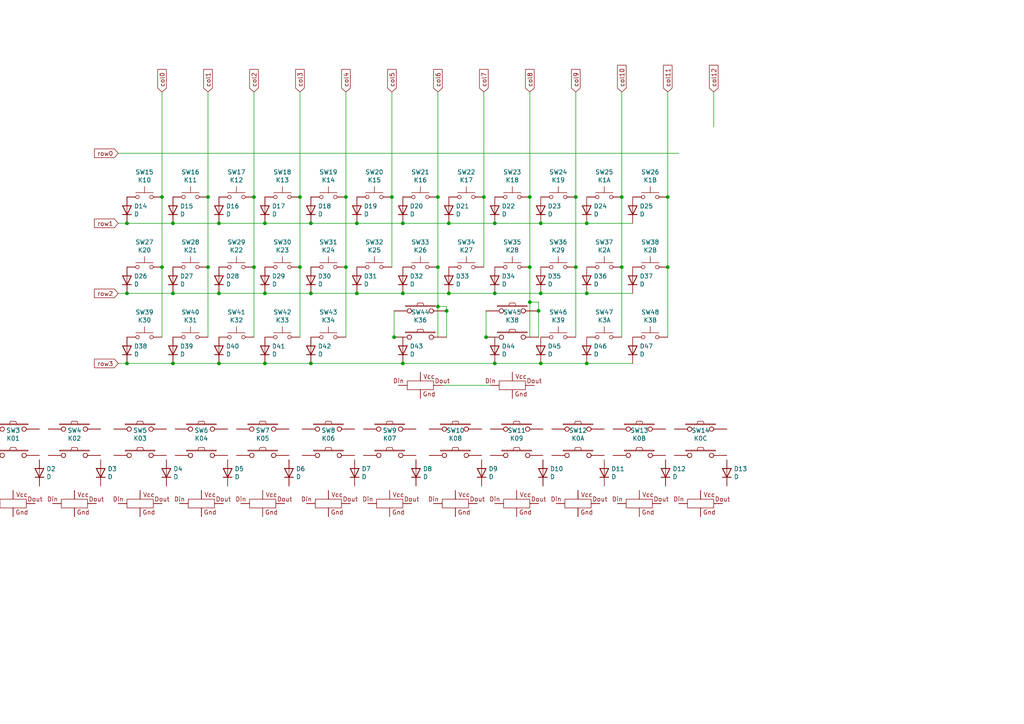
<source format=kicad_sch>
(kicad_sch (version 20200618) (host eeschema "(5.99.0-2043-g129c16cf7)")
  (page 2 2)
  (paper "A4")
  (lib_symbols
    (symbol "Device:D" (pin_numbers hide) (pin_names hide)
      (property "Reference" "D" (at 0 2.54 0))
      (property "Value" "D" (at 0 -2.54 0))
      (symbol "D_0_1"
        (polyline (pts (xy -1.27 1.27) (xy -1.27 -1.27)) (stroke (width 0.254)))
        (polyline (pts (xy 1.27 0) (xy -1.27 0)))
        (polyline (pts (xy 1.27 1.27) (xy 1.27 -1.27) (xy -1.27 0) (xy 1.27 1.27)) (stroke (width 0.254)))
      )
      (symbol "D_1_1"
        (pin passive line (at -3.81 0 0) (length 2.54) (name "K") (number "1"))
        (pin passive line (at 3.81 0 180) (length 2.54) (name "A") (number "2"))
      )
    )
    (symbol "Switch:SW_Push" (pin_numbers hide) (pin_names hide)
      (property "Reference" "SW" (at 1.27 2.54 0))
      (property "Value" "SW_Push" (at 0 -1.524 0))
      (symbol "SW_Push_0_1"
        (circle (center -2.032 0) (radius 0.508))
        (circle (center 2.032 0) (radius 0.508))
        (polyline (pts (xy 0 1.27) (xy 0 3.048)))
        (polyline (pts (xy 2.54 1.27) (xy -2.54 1.27)))
        (pin passive line (at -5.08 0 0) (length 2.54) (name "1") (number "1"))
        (pin passive line (at 5.08 0 180) (length 2.54) (name "2") (number "2"))
      )
    )
    (symbol "switches:SWITCH_PUSH_MXCHOC" (pin_numbers hide) (pin_names hide)
      (property "Reference" "SW" (at 3.81 2.794 0))
      (property "Value" "SWITCH_PUSH_MXCHOC" (at 0 -2.032 0))
      (symbol "SWITCH_PUSH_MXCHOC_0_0"
        (text "Din" (at -6.35 -12.7 0) (effects (font (size 1.27 1.27))))
        (text "Vcc" (at 2.54 -11.43 0) (effects (font (size 1.27 1.27))))
      )
      (symbol "SWITCH_PUSH_MXCHOC_1_1"
        (text "Dout" (at 6.35 -12.7 0) (effects (font (size 1.27 1.27))))
        (text "Gnd" (at 2.54 -16.51 0) (effects (font (size 1.27 1.27))))
        (rectangle (start -4.318 8.89) (end 4.318 9.144))
        (rectangle (start -3.81 -12.7) (end 3.81 -15.24))
        (polyline (pts (xy -1.016 9.144) (xy -0.762 9.906) (xy 0.762 9.906) (xy 1.016 9.144)))
        (pin passive inverted (at -7.62 7.62 0) (length 5.08) (name "1") (number "1"))
        (pin passive line (at 0 -10.16 270) (length 2.54) (name "Vdd") (number "10"))
        (pin input line (at -6.35 -13.97 0) (length 2.54) (name "Din") (number "11"))
        (pin passive line (at 0 -17.78 90) (length 2.54) (name "VSS") (number "12"))
        (pin passive inverted (at 7.62 7.62 180) (length 5.08) (name "2") (number "2"))
        (pin output line (at 6.35 -13.97 180) (length 2.54) (name "Dout") (number "9"))
      )
      (symbol "SWITCH_PUSH_MXCHOC_0_1"
        (rectangle (start -4.318 1.27) (end 4.318 1.524))
        (polyline (pts (xy -1.016 1.524) (xy -0.762 2.286) (xy 0.762 2.286) (xy 1.016 1.524)))
        (pin passive inverted (at -7.62 0 0) (length 5.08) (name "3") (number "3"))
        (pin passive inverted (at 7.62 0 180) (length 5.08) (name "4") (number "4"))
      )
    )
  )
  (junction (at 36.83 64.77))
  (junction (at 36.83 85.09))
  (junction (at 36.83 105.41))
  (junction (at 46.99 57.15))
  (junction (at 46.99 77.47))
  (junction (at 50.165 64.77))
  (junction (at 50.165 85.09))
  (junction (at 50.165 105.41))
  (junction (at 60.325 57.15))
  (junction (at 60.325 77.47))
  (junction (at 63.5 64.77))
  (junction (at 63.5 85.09))
  (junction (at 63.5 105.41))
  (junction (at 73.66 57.15))
  (junction (at 73.66 77.47))
  (junction (at 76.835 64.77))
  (junction (at 76.835 85.09))
  (junction (at 76.835 105.41))
  (junction (at 86.995 57.15))
  (junction (at 86.995 77.47))
  (junction (at 90.17 64.77))
  (junction (at 90.17 85.09))
  (junction (at 90.17 105.41))
  (junction (at 100.33 57.15))
  (junction (at 100.33 77.47))
  (junction (at 103.505 64.77))
  (junction (at 103.505 85.09))
  (junction (at 113.665 57.15))
  (junction (at 114.3 97.79))
  (junction (at 116.84 64.77))
  (junction (at 116.84 85.09))
  (junction (at 116.84 105.41))
  (junction (at 127 57.15))
  (junction (at 127 77.47))
  (junction (at 127 88.9))
  (junction (at 129.54 90.17))
  (junction (at 130.175 64.77))
  (junction (at 130.175 85.09))
  (junction (at 140.335 57.15))
  (junction (at 140.97 97.79))
  (junction (at 143.51 64.77))
  (junction (at 143.51 85.09))
  (junction (at 143.51 105.41))
  (junction (at 153.67 57.15))
  (junction (at 153.67 77.47))
  (junction (at 153.67 87.63))
  (junction (at 156.21 90.17))
  (junction (at 156.845 64.77))
  (junction (at 156.845 85.09))
  (junction (at 156.845 105.41))
  (junction (at 167.005 57.15))
  (junction (at 167.005 77.47))
  (junction (at 170.18 64.77))
  (junction (at 170.18 85.09))
  (junction (at 170.18 105.41))
  (junction (at 180.34 57.15))
  (junction (at 180.34 77.47))
  (junction (at 193.675 57.15))
  (junction (at 193.675 77.47))
  (wire (pts (xy 34.29 44.45) (xy 196.85 44.45)))
  (wire (pts (xy 34.29 64.77) (xy 36.83 64.77)))
  (wire (pts (xy 34.29 85.09) (xy 36.83 85.09)))
  (wire (pts (xy 34.29 105.41) (xy 36.83 105.41)))
  (wire (pts (xy 36.83 64.77) (xy 50.165 64.77)))
  (wire (pts (xy 36.83 85.09) (xy 50.165 85.09)))
  (wire (pts (xy 36.83 105.41) (xy 50.165 105.41)))
  (wire (pts (xy 46.99 26.67) (xy 46.99 57.15)))
  (wire (pts (xy 46.99 57.15) (xy 46.99 77.47)))
  (wire (pts (xy 46.99 77.47) (xy 46.99 97.79)))
  (wire (pts (xy 50.165 64.77) (xy 63.5 64.77)))
  (wire (pts (xy 50.165 85.09) (xy 63.5 85.09)))
  (wire (pts (xy 50.165 105.41) (xy 63.5 105.41)))
  (wire (pts (xy 60.325 26.67) (xy 60.325 57.15)))
  (wire (pts (xy 60.325 57.15) (xy 60.325 77.47)))
  (wire (pts (xy 60.325 77.47) (xy 60.325 97.79)))
  (wire (pts (xy 63.5 64.77) (xy 76.835 64.77)))
  (wire (pts (xy 63.5 85.09) (xy 76.835 85.09)))
  (wire (pts (xy 63.5 105.41) (xy 76.835 105.41)))
  (wire (pts (xy 73.66 26.67) (xy 73.66 57.15)))
  (wire (pts (xy 73.66 57.15) (xy 73.66 77.47)))
  (wire (pts (xy 73.66 77.47) (xy 73.66 97.79)))
  (wire (pts (xy 76.835 64.77) (xy 90.17 64.77)))
  (wire (pts (xy 76.835 85.09) (xy 90.17 85.09)))
  (wire (pts (xy 76.835 105.41) (xy 90.17 105.41)))
  (wire (pts (xy 86.995 26.67) (xy 86.995 57.15)))
  (wire (pts (xy 86.995 57.15) (xy 86.995 77.47)))
  (wire (pts (xy 86.995 77.47) (xy 86.995 97.79)))
  (wire (pts (xy 90.17 64.77) (xy 103.505 64.77)))
  (wire (pts (xy 90.17 85.09) (xy 103.505 85.09)))
  (wire (pts (xy 90.17 105.41) (xy 116.84 105.41)))
  (wire (pts (xy 100.33 26.67) (xy 100.33 57.15)))
  (wire (pts (xy 100.33 57.15) (xy 100.33 77.47)))
  (wire (pts (xy 100.33 77.47) (xy 100.33 97.79)))
  (wire (pts (xy 103.505 64.77) (xy 116.84 64.77)))
  (wire (pts (xy 103.505 85.09) (xy 116.84 85.09)))
  (wire (pts (xy 113.665 26.67) (xy 113.665 57.15)))
  (wire (pts (xy 113.665 57.15) (xy 113.665 77.47)))
  (wire (pts (xy 114.3 90.17) (xy 114.3 97.79)))
  (wire (pts (xy 114.3 97.79) (xy 116.84 97.79)))
  (wire (pts (xy 116.84 64.77) (xy 130.175 64.77)))
  (wire (pts (xy 116.84 85.09) (xy 130.175 85.09)))
  (wire (pts (xy 116.84 105.41) (xy 143.51 105.41)))
  (wire (pts (xy 127 26.67) (xy 127 57.15)))
  (wire (pts (xy 127 57.15) (xy 127 77.47)))
  (wire (pts (xy 127 77.47) (xy 127 88.9)))
  (wire (pts (xy 127 88.9) (xy 127 97.79)))
  (wire (pts (xy 127 88.9) (xy 129.54 88.9)))
  (wire (pts (xy 128.27 111.76) (xy 142.24 111.76)))
  (wire (pts (xy 129.54 88.9) (xy 129.54 90.17)))
  (wire (pts (xy 129.54 90.17) (xy 129.54 97.79)))
  (wire (pts (xy 130.175 64.77) (xy 143.51 64.77)))
  (wire (pts (xy 130.175 85.09) (xy 143.51 85.09)))
  (wire (pts (xy 140.335 26.67) (xy 140.335 57.15)))
  (wire (pts (xy 140.335 57.15) (xy 140.335 77.47)))
  (wire (pts (xy 140.97 90.17) (xy 140.97 97.79)))
  (wire (pts (xy 140.97 97.79) (xy 143.51 97.79)))
  (wire (pts (xy 143.51 64.77) (xy 156.845 64.77)))
  (wire (pts (xy 143.51 85.09) (xy 156.845 85.09)))
  (wire (pts (xy 143.51 105.41) (xy 156.845 105.41)))
  (wire (pts (xy 153.67 26.67) (xy 153.67 57.15)))
  (wire (pts (xy 153.67 57.15) (xy 153.67 77.47)))
  (wire (pts (xy 153.67 77.47) (xy 153.67 87.63)))
  (wire (pts (xy 153.67 87.63) (xy 153.67 97.79)))
  (wire (pts (xy 153.67 87.63) (xy 156.21 87.63)))
  (wire (pts (xy 156.21 87.63) (xy 156.21 90.17)))
  (wire (pts (xy 156.21 90.17) (xy 156.21 97.79)))
  (wire (pts (xy 156.845 64.77) (xy 170.18 64.77)))
  (wire (pts (xy 156.845 85.09) (xy 170.18 85.09)))
  (wire (pts (xy 156.845 105.41) (xy 170.18 105.41)))
  (wire (pts (xy 167.005 26.67) (xy 167.005 57.15)))
  (wire (pts (xy 167.005 57.15) (xy 167.005 77.47)))
  (wire (pts (xy 167.005 77.47) (xy 167.005 97.79)))
  (wire (pts (xy 170.18 64.77) (xy 183.515 64.77)))
  (wire (pts (xy 170.18 85.09) (xy 183.515 85.09)))
  (wire (pts (xy 170.18 105.41) (xy 183.515 105.41)))
  (wire (pts (xy 180.34 26.67) (xy 180.34 57.15)))
  (wire (pts (xy 180.34 57.15) (xy 180.34 77.47)))
  (wire (pts (xy 180.34 77.47) (xy 180.34 97.79)))
  (wire (pts (xy 193.675 26.67) (xy 193.675 57.15)))
  (wire (pts (xy 193.675 57.15) (xy 193.675 77.47)))
  (wire (pts (xy 193.675 77.47) (xy 193.675 97.79)))
  (wire (pts (xy 207.01 26.67) (xy 207.01 36.83)))
  (global_label "row0" (shape input) (at 34.29 44.45 180))
  (global_label "row1" (shape input) (at 34.29 64.77 180))
  (global_label "row2" (shape input) (at 34.29 85.09 180))
  (global_label "row3" (shape input) (at 34.29 105.41 180))
  (global_label "col0" (shape input) (at 46.99 26.67 90))
  (global_label "col1" (shape input) (at 60.325 26.67 90))
  (global_label "col2" (shape input) (at 73.66 26.67 90))
  (global_label "col3" (shape input) (at 86.995 26.67 90))
  (global_label "col4" (shape input) (at 100.33 26.67 90))
  (global_label "col5" (shape input) (at 113.665 26.67 90))
  (global_label "col6" (shape input) (at 127 26.67 90))
  (global_label "col7" (shape input) (at 140.335 26.67 90))
  (global_label "col8" (shape input) (at 153.67 26.67 90))
  (global_label "col9" (shape input) (at 167.005 26.67 90))
  (global_label "col10" (shape input) (at 180.34 26.67 90))
  (global_label "col11" (shape input) (at 193.675 26.67 90))
  (global_label "col12" (shape input) (at 207.01 26.67 90))
  (symbol (lib_id "Device:D") (at -7.62 137.16 90) (unit 1)
    (property "Reference" "D1" (at -5.6134 135.9916 90) (effects (justify right)))
    (property "Value" "D" (at -5.6134 138.303 90) (effects (justify right)))
    (property "Footprint" "Diode_SMD:D_SOD-323_HandSoldering" (effects hide))
    (property "LCSC" "C84063" (effects hide))
  )
  (symbol (lib_id "Device:D") (at 11.43 137.16 90) (unit 1)
    (property "Reference" "D2" (at 13.4366 135.9916 90) (effects (justify right)))
    (property "Value" "D" (at 13.4366 138.303 90) (effects (justify right)))
    (property "Footprint" "Diode_SMD:D_SOD-323_HandSoldering" (effects hide))
    (property "LCSC" "C84063" (effects hide))
  )
  (symbol (lib_id "Device:D") (at 29.21 137.16 90) (unit 1)
    (property "Reference" "D3" (at 31.2166 135.9916 90) (effects (justify right)))
    (property "Value" "D" (at 31.2166 138.303 90) (effects (justify right)))
    (property "Footprint" "Diode_SMD:D_SOD-323_HandSoldering" (effects hide))
    (property "LCSC" "C84063" (effects hide))
  )
  (symbol (lib_id "Device:D") (at 36.83 60.96 90) (unit 1)
    (property "Reference" "D14" (at 38.8366 59.7916 90) (effects (justify right)))
    (property "Value" "D" (at 38.8366 62.103 90) (effects (justify right)))
    (property "Footprint" "Diode_SMD:D_SOD-323_HandSoldering" (effects hide))
    (property "LCSC" "C84063" (effects hide))
  )
  (symbol (lib_id "Device:D") (at 36.83 81.28 90) (unit 1)
    (property "Reference" "D26" (at 38.8366 80.1116 90) (effects (justify right)))
    (property "Value" "D" (at 38.8366 82.423 90) (effects (justify right)))
    (property "Footprint" "Diode_SMD:D_SOD-323_HandSoldering" (effects hide))
    (property "LCSC" "C84063" (effects hide))
  )
  (symbol (lib_id "Device:D") (at 36.83 101.6 90) (unit 1)
    (property "Reference" "D38" (at 38.8366 100.4316 90) (effects (justify right)))
    (property "Value" "D" (at 38.8366 102.743 90) (effects (justify right)))
    (property "Footprint" "Diode_SMD:D_SOD-323_HandSoldering" (effects hide))
    (property "LCSC" "C84063" (effects hide))
  )
  (symbol (lib_id "Device:D") (at 48.26 137.16 90) (unit 1)
    (property "Reference" "D4" (at 50.2666 135.9916 90) (effects (justify right)))
    (property "Value" "D" (at 50.2666 138.303 90) (effects (justify right)))
    (property "Footprint" "Diode_SMD:D_SOD-323_HandSoldering" (effects hide))
    (property "LCSC" "C84063" (effects hide))
  )
  (symbol (lib_id "Device:D") (at 50.165 60.96 90) (unit 1)
    (property "Reference" "D15" (at 52.1716 59.7916 90) (effects (justify right)))
    (property "Value" "D" (at 52.1716 62.103 90) (effects (justify right)))
    (property "Footprint" "Diode_SMD:D_SOD-323_HandSoldering" (effects hide))
    (property "LCSC" "C84063" (effects hide))
  )
  (symbol (lib_id "Device:D") (at 50.165 81.28 90) (unit 1)
    (property "Reference" "D27" (at 52.1716 80.1116 90) (effects (justify right)))
    (property "Value" "D" (at 52.1716 82.423 90) (effects (justify right)))
    (property "Footprint" "Diode_SMD:D_SOD-323_HandSoldering" (effects hide))
    (property "LCSC" "C84063" (effects hide))
  )
  (symbol (lib_id "Device:D") (at 50.165 101.6 90) (unit 1)
    (property "Reference" "D39" (at 52.1716 100.4316 90) (effects (justify right)))
    (property "Value" "D" (at 52.1716 102.743 90) (effects (justify right)))
    (property "Footprint" "Diode_SMD:D_SOD-323_HandSoldering" (effects hide))
    (property "LCSC" "C84063" (effects hide))
  )
  (symbol (lib_id "Device:D") (at 63.5 60.96 90) (unit 1)
    (property "Reference" "D16" (at 65.5066 59.7916 90) (effects (justify right)))
    (property "Value" "D" (at 65.5066 62.103 90) (effects (justify right)))
    (property "Footprint" "Diode_SMD:D_SOD-323_HandSoldering" (effects hide))
    (property "LCSC" "C84063" (effects hide))
  )
  (symbol (lib_id "Device:D") (at 63.5 81.28 90) (unit 1)
    (property "Reference" "D28" (at 65.5066 80.1116 90) (effects (justify right)))
    (property "Value" "D" (at 65.5066 82.423 90) (effects (justify right)))
    (property "Footprint" "Diode_SMD:D_SOD-323_HandSoldering" (effects hide))
    (property "LCSC" "C84063" (effects hide))
  )
  (symbol (lib_id "Device:D") (at 63.5 101.6 90) (unit 1)
    (property "Reference" "D40" (at 65.5066 100.4316 90) (effects (justify right)))
    (property "Value" "D" (at 65.5066 102.743 90) (effects (justify right)))
    (property "Footprint" "Diode_SMD:D_SOD-323_HandSoldering" (effects hide))
    (property "LCSC" "C84063" (effects hide))
  )
  (symbol (lib_id "Device:D") (at 66.04 137.16 90) (unit 1)
    (property "Reference" "D5" (at 68.0466 135.9916 90) (effects (justify right)))
    (property "Value" "D" (at 68.0466 138.303 90) (effects (justify right)))
    (property "Footprint" "Diode_SMD:D_SOD-323_HandSoldering" (effects hide))
    (property "LCSC" "C84063" (effects hide))
  )
  (symbol (lib_id "Device:D") (at 76.835 60.96 90) (unit 1)
    (property "Reference" "D17" (at 78.8416 59.7916 90) (effects (justify right)))
    (property "Value" "D" (at 78.8416 62.103 90) (effects (justify right)))
    (property "Footprint" "Diode_SMD:D_SOD-323_HandSoldering" (effects hide))
    (property "LCSC" "C84063" (effects hide))
  )
  (symbol (lib_id "Device:D") (at 76.835 81.28 90) (unit 1)
    (property "Reference" "D29" (at 78.8416 80.1116 90) (effects (justify right)))
    (property "Value" "D" (at 78.8416 82.423 90) (effects (justify right)))
    (property "Footprint" "Diode_SMD:D_SOD-323_HandSoldering" (effects hide))
    (property "LCSC" "C84063" (effects hide))
  )
  (symbol (lib_id "Device:D") (at 76.835 101.6 90) (unit 1)
    (property "Reference" "D41" (at 78.8416 100.4316 90) (effects (justify right)))
    (property "Value" "D" (at 78.8416 102.743 90) (effects (justify right)))
    (property "Footprint" "Diode_SMD:D_SOD-323_HandSoldering" (effects hide))
    (property "LCSC" "C84063" (effects hide))
  )
  (symbol (lib_id "Device:D") (at 83.82 137.16 90) (unit 1)
    (property "Reference" "D6" (at 85.8266 135.9916 90) (effects (justify right)))
    (property "Value" "D" (at 85.8266 138.303 90) (effects (justify right)))
    (property "Footprint" "Diode_SMD:D_SOD-323_HandSoldering" (effects hide))
    (property "LCSC" "C84063" (effects hide))
  )
  (symbol (lib_id "Device:D") (at 90.17 60.96 90) (unit 1)
    (property "Reference" "D18" (at 92.1766 59.7916 90) (effects (justify right)))
    (property "Value" "D" (at 92.1766 62.103 90) (effects (justify right)))
    (property "Footprint" "Diode_SMD:D_SOD-323_HandSoldering" (effects hide))
    (property "LCSC" "C84063" (effects hide))
  )
  (symbol (lib_id "Device:D") (at 90.17 81.28 90) (unit 1)
    (property "Reference" "D30" (at 92.1766 80.1116 90) (effects (justify right)))
    (property "Value" "D" (at 92.1766 82.423 90) (effects (justify right)))
    (property "Footprint" "Diode_SMD:D_SOD-323_HandSoldering" (effects hide))
    (property "LCSC" "C84063" (effects hide))
  )
  (symbol (lib_id "Device:D") (at 90.17 101.6 90) (unit 1)
    (property "Reference" "D42" (at 92.1766 100.4316 90) (effects (justify right)))
    (property "Value" "D" (at 92.1766 102.743 90) (effects (justify right)))
    (property "Footprint" "Diode_SMD:D_SOD-323_HandSoldering" (effects hide))
    (property "LCSC" "C84063" (effects hide))
  )
  (symbol (lib_id "Device:D") (at 102.87 137.16 90) (unit 1)
    (property "Reference" "D7" (at 104.8766 135.9916 90) (effects (justify right)))
    (property "Value" "D" (at 104.8766 138.303 90) (effects (justify right)))
    (property "Footprint" "Diode_SMD:D_SOD-323_HandSoldering" (effects hide))
    (property "LCSC" "C84063" (effects hide))
  )
  (symbol (lib_id "Device:D") (at 103.505 60.96 90) (unit 1)
    (property "Reference" "D19" (at 105.5116 59.7916 90) (effects (justify right)))
    (property "Value" "D" (at 105.5116 62.103 90) (effects (justify right)))
    (property "Footprint" "Diode_SMD:D_SOD-323_HandSoldering" (effects hide))
    (property "LCSC" "C84063" (effects hide))
  )
  (symbol (lib_id "Device:D") (at 103.505 81.28 90) (unit 1)
    (property "Reference" "D31" (at 105.5116 80.1116 90) (effects (justify right)))
    (property "Value" "D" (at 105.5116 82.423 90) (effects (justify right)))
    (property "Footprint" "Diode_SMD:D_SOD-323_HandSoldering" (effects hide))
    (property "LCSC" "C84063" (effects hide))
  )
  (symbol (lib_id "Device:D") (at 116.84 60.96 90) (unit 1)
    (property "Reference" "D20" (at 118.8466 59.7916 90) (effects (justify right)))
    (property "Value" "D" (at 118.8466 62.103 90) (effects (justify right)))
    (property "Footprint" "Diode_SMD:D_SOD-323_HandSoldering" (effects hide))
    (property "LCSC" "C84063" (effects hide))
  )
  (symbol (lib_id "Device:D") (at 116.84 81.28 90) (unit 1)
    (property "Reference" "D32" (at 118.8466 80.1116 90) (effects (justify right)))
    (property "Value" "D" (at 118.8466 82.423 90) (effects (justify right)))
    (property "Footprint" "Diode_SMD:D_SOD-323_HandSoldering" (effects hide))
    (property "LCSC" "C84063" (effects hide))
  )
  (symbol (lib_id "Device:D") (at 116.84 101.6 90) (unit 1)
    (property "Reference" "D43" (at 118.8466 100.4316 90) (effects (justify right)))
    (property "Value" "D" (at 118.8466 102.743 90) (effects (justify right)))
    (property "Footprint" "Diode_SMD:D_SOD-323_HandSoldering" (effects hide))
    (property "LCSC" "C84063" (effects hide))
  )
  (symbol (lib_id "Device:D") (at 120.65 137.16 90) (unit 1)
    (property "Reference" "D8" (at 122.6566 135.9916 90) (effects (justify right)))
    (property "Value" "D" (at 122.6566 138.303 90) (effects (justify right)))
    (property "Footprint" "Diode_SMD:D_SOD-323_HandSoldering" (effects hide))
    (property "LCSC" "C84063" (effects hide))
  )
  (symbol (lib_id "Device:D") (at 130.175 60.96 90) (unit 1)
    (property "Reference" "D21" (at 132.1816 59.7916 90) (effects (justify right)))
    (property "Value" "D" (at 132.1816 62.103 90) (effects (justify right)))
    (property "Footprint" "Diode_SMD:D_SOD-323_HandSoldering" (effects hide))
    (property "LCSC" "C84063" (effects hide))
  )
  (symbol (lib_id "Device:D") (at 130.175 81.28 90) (unit 1)
    (property "Reference" "D33" (at 132.1816 80.1116 90) (effects (justify right)))
    (property "Value" "D" (at 132.1816 82.423 90) (effects (justify right)))
    (property "Footprint" "Diode_SMD:D_SOD-323_HandSoldering" (effects hide))
    (property "LCSC" "C84063" (effects hide))
  )
  (symbol (lib_id "Device:D") (at 139.7 137.16 90) (unit 1)
    (property "Reference" "D9" (at 141.7066 135.9916 90) (effects (justify right)))
    (property "Value" "D" (at 141.7066 138.303 90) (effects (justify right)))
    (property "Footprint" "Diode_SMD:D_SOD-323_HandSoldering" (effects hide))
    (property "LCSC" "C84063" (effects hide))
  )
  (symbol (lib_id "Device:D") (at 143.51 60.96 90) (unit 1)
    (property "Reference" "D22" (at 145.5166 59.7916 90) (effects (justify right)))
    (property "Value" "D" (at 145.5166 62.103 90) (effects (justify right)))
    (property "Footprint" "Diode_SMD:D_SOD-323_HandSoldering" (effects hide))
    (property "LCSC" "C84063" (effects hide))
  )
  (symbol (lib_id "Device:D") (at 143.51 81.28 90) (unit 1)
    (property "Reference" "D34" (at 145.5166 80.1116 90) (effects (justify right)))
    (property "Value" "D" (at 145.5166 82.423 90) (effects (justify right)))
    (property "Footprint" "Diode_SMD:D_SOD-323_HandSoldering" (effects hide))
    (property "LCSC" "C84063" (effects hide))
  )
  (symbol (lib_id "Device:D") (at 143.51 101.6 90) (unit 1)
    (property "Reference" "D44" (at 145.5166 100.4316 90) (effects (justify right)))
    (property "Value" "D" (at 145.5166 102.743 90) (effects (justify right)))
    (property "Footprint" "Diode_SMD:D_SOD-323_HandSoldering" (effects hide))
    (property "LCSC" "C84063" (effects hide))
  )
  (symbol (lib_id "Device:D") (at 156.845 60.96 90) (unit 1)
    (property "Reference" "D23" (at 158.8516 59.7916 90) (effects (justify right)))
    (property "Value" "D" (at 158.8516 62.103 90) (effects (justify right)))
    (property "Footprint" "Diode_SMD:D_SOD-323_HandSoldering" (effects hide))
    (property "LCSC" "C84063" (effects hide))
  )
  (symbol (lib_id "Device:D") (at 156.845 81.28 90) (unit 1)
    (property "Reference" "D35" (at 158.8516 80.1116 90) (effects (justify right)))
    (property "Value" "D" (at 158.8516 82.423 90) (effects (justify right)))
    (property "Footprint" "Diode_SMD:D_SOD-323_HandSoldering" (effects hide))
    (property "LCSC" "C84063" (effects hide))
  )
  (symbol (lib_id "Device:D") (at 156.845 101.6 90) (unit 1)
    (property "Reference" "D45" (at 158.8516 100.4316 90) (effects (justify right)))
    (property "Value" "D" (at 158.8516 102.743 90) (effects (justify right)))
    (property "Footprint" "Diode_SMD:D_SOD-323_HandSoldering" (effects hide))
    (property "LCSC" "C84063" (effects hide))
  )
  (symbol (lib_id "Device:D") (at 157.48 137.16 90) (unit 1)
    (property "Reference" "D10" (at 159.4866 135.9916 90) (effects (justify right)))
    (property "Value" "D" (at 159.4866 138.303 90) (effects (justify right)))
    (property "Footprint" "Diode_SMD:D_SOD-323_HandSoldering" (effects hide))
    (property "LCSC" "C84063" (effects hide))
  )
  (symbol (lib_id "Device:D") (at 170.18 60.96 90) (unit 1)
    (property "Reference" "D24" (at 172.1866 59.7916 90) (effects (justify right)))
    (property "Value" "D" (at 172.1866 62.103 90) (effects (justify right)))
    (property "Footprint" "Diode_SMD:D_SOD-323_HandSoldering" (effects hide))
    (property "LCSC" "C84063" (effects hide))
  )
  (symbol (lib_id "Device:D") (at 170.18 81.28 90) (unit 1)
    (property "Reference" "D36" (at 172.1866 80.1116 90) (effects (justify right)))
    (property "Value" "D" (at 172.1866 82.423 90) (effects (justify right)))
    (property "Footprint" "Diode_SMD:D_SOD-323_HandSoldering" (effects hide))
    (property "LCSC" "C84063" (effects hide))
  )
  (symbol (lib_id "Device:D") (at 170.18 101.6 90) (unit 1)
    (property "Reference" "D46" (at 172.1866 100.4316 90) (effects (justify right)))
    (property "Value" "D" (at 172.1866 102.743 90) (effects (justify right)))
    (property "Footprint" "Diode_SMD:D_SOD-323_HandSoldering" (effects hide))
    (property "LCSC" "C84063" (effects hide))
  )
  (symbol (lib_id "Device:D") (at 175.26 137.16 90) (unit 1)
    (property "Reference" "D11" (at 177.2666 135.9916 90) (effects (justify right)))
    (property "Value" "D" (at 177.2666 138.303 90) (effects (justify right)))
    (property "Footprint" "Diode_SMD:D_SOD-323_HandSoldering" (effects hide))
    (property "LCSC" "C84063" (effects hide))
  )
  (symbol (lib_id "Device:D") (at 183.515 60.96 90) (unit 1)
    (property "Reference" "D25" (at 185.5216 59.7916 90) (effects (justify right)))
    (property "Value" "D" (at 185.5216 62.103 90) (effects (justify right)))
    (property "Footprint" "Diode_SMD:D_SOD-323_HandSoldering" (effects hide))
    (property "LCSC" "C84063" (effects hide))
  )
  (symbol (lib_id "Device:D") (at 183.515 81.28 90) (unit 1)
    (property "Reference" "D37" (at 185.5216 80.1116 90) (effects (justify right)))
    (property "Value" "D" (at 185.5216 82.423 90) (effects (justify right)))
    (property "Footprint" "Diode_SMD:D_SOD-323_HandSoldering" (effects hide))
    (property "LCSC" "C84063" (effects hide))
  )
  (symbol (lib_id "Device:D") (at 183.515 101.6 90) (unit 1)
    (property "Reference" "D47" (at 185.5216 100.4316 90) (effects (justify right)))
    (property "Value" "D" (at 185.5216 102.743 90) (effects (justify right)))
    (property "Footprint" "Diode_SMD:D_SOD-323_HandSoldering" (effects hide))
    (property "LCSC" "C84063" (effects hide))
  )
  (symbol (lib_id "Device:D") (at 193.04 137.16 90) (unit 1)
    (property "Reference" "D12" (at 195.0466 135.9916 90) (effects (justify right)))
    (property "Value" "D" (at 195.0466 138.303 90) (effects (justify right)))
    (property "Footprint" "Diode_SMD:D_SOD-323_HandSoldering" (effects hide))
    (property "LCSC" "C84063" (effects hide))
  )
  (symbol (lib_id "Device:D") (at 210.82 137.16 90) (unit 1)
    (property "Reference" "D13" (at 212.8266 135.9916 90) (effects (justify right)))
    (property "Value" "D" (at 212.8266 138.303 90) (effects (justify right)))
    (property "Footprint" "Diode_SMD:D_SOD-323_HandSoldering" (effects hide))
    (property "LCSC" "C84063" (effects hide))
  )
  (symbol (lib_id "Switch:SW_Push") (at 41.91 57.15 0) (unit 1)
    (property "Reference" "SW15" (at 41.91 49.911 0))
    (property "Value" "K10" (at 41.91 52.2224 0))
    (property "Footprint" "mx_rgb:ChocMx_Socket" (effects hide))
  )
  (symbol (lib_id "Switch:SW_Push") (at 41.91 77.47 0) (unit 1)
    (property "Reference" "SW27" (at 41.91 70.231 0))
    (property "Value" "K20" (at 41.91 72.5424 0))
    (property "Footprint" "mx_rgb:ChocMx_Socket" (effects hide))
  )
  (symbol (lib_id "Switch:SW_Push") (at 41.91 97.79 0) (unit 1)
    (property "Reference" "SW39" (at 41.91 90.551 0))
    (property "Value" "K30" (at 41.91 92.8624 0))
    (property "Footprint" "Button_Switch_Keyboard:SW_Cherry_MX_1.00u_PCB" (effects hide))
  )
  (symbol (lib_id "Switch:SW_Push") (at 55.245 57.15 0) (unit 1)
    (property "Reference" "SW16" (at 55.245 49.911 0))
    (property "Value" "K11" (at 55.245 52.2224 0))
    (property "Footprint" "mx_rgb:ChocMx_Socket" (effects hide))
  )
  (symbol (lib_id "Switch:SW_Push") (at 55.245 77.47 0) (unit 1)
    (property "Reference" "SW28" (at 55.245 70.231 0))
    (property "Value" "K21" (at 55.245 72.5424 0))
    (property "Footprint" "mx_rgb:ChocMx_Socket" (effects hide))
  )
  (symbol (lib_id "Switch:SW_Push") (at 55.245 97.79 0) (unit 1)
    (property "Reference" "SW40" (at 55.245 90.551 0))
    (property "Value" "K31" (at 55.245 92.8624 0))
    (property "Footprint" "mx_rgb:ChocMx_Socket" (effects hide))
  )
  (symbol (lib_id "Switch:SW_Push") (at 68.58 57.15 0) (unit 1)
    (property "Reference" "SW17" (at 68.58 49.911 0))
    (property "Value" "K12" (at 68.58 52.2224 0))
    (property "Footprint" "mx_rgb:ChocMx_Socket" (effects hide))
  )
  (symbol (lib_id "Switch:SW_Push") (at 68.58 77.47 0) (unit 1)
    (property "Reference" "SW29" (at 68.58 70.231 0))
    (property "Value" "K22" (at 68.58 72.5424 0))
    (property "Footprint" "mx_rgb:ChocMx_Socket" (effects hide))
  )
  (symbol (lib_id "Switch:SW_Push") (at 68.58 97.79 0) (unit 1)
    (property "Reference" "SW41" (at 68.58 90.551 0))
    (property "Value" "K32" (at 68.58 92.8624 0))
    (property "Footprint" "mx_rgb:ChocMx_Socket" (effects hide))
  )
  (symbol (lib_id "Switch:SW_Push") (at 81.915 57.15 0) (unit 1)
    (property "Reference" "SW18" (at 81.915 49.911 0))
    (property "Value" "K13" (at 81.915 52.2224 0))
    (property "Footprint" "mx_rgb:ChocMx_Socket" (effects hide))
  )
  (symbol (lib_id "Switch:SW_Push") (at 81.915 77.47 0) (unit 1)
    (property "Reference" "SW30" (at 81.915 70.231 0))
    (property "Value" "K23" (at 81.915 72.5424 0))
    (property "Footprint" "mx_rgb:ChocMx_Socket" (effects hide))
  )
  (symbol (lib_id "Switch:SW_Push") (at 81.915 97.79 0) (unit 1)
    (property "Reference" "SW42" (at 81.915 90.551 0))
    (property "Value" "K33" (at 81.915 92.8624 0))
    (property "Footprint" "mx_rgb:ChocMx_Socket" (effects hide))
  )
  (symbol (lib_id "Switch:SW_Push") (at 95.25 57.15 0) (unit 1)
    (property "Reference" "SW19" (at 95.25 49.911 0))
    (property "Value" "K14" (at 95.25 52.2224 0))
    (property "Footprint" "mx_rgb:ChocMx_Socket" (effects hide))
  )
  (symbol (lib_id "Switch:SW_Push") (at 95.25 77.47 0) (unit 1)
    (property "Reference" "SW31" (at 95.25 70.231 0))
    (property "Value" "K24" (at 95.25 72.5424 0))
    (property "Footprint" "mx_rgb:ChocMx_Socket" (effects hide))
  )
  (symbol (lib_id "Switch:SW_Push") (at 95.25 97.79 0) (unit 1)
    (property "Reference" "SW43" (at 95.25 90.551 0))
    (property "Value" "K34" (at 95.25 92.8624 0))
    (property "Footprint" "mx_rgb:ChocMx_Socket" (effects hide))
  )
  (symbol (lib_id "Switch:SW_Push") (at 108.585 57.15 0) (unit 1)
    (property "Reference" "SW20" (at 108.585 49.911 0))
    (property "Value" "K15" (at 108.585 52.2224 0))
    (property "Footprint" "mx_rgb:ChocMx_Socket" (effects hide))
  )
  (symbol (lib_id "Switch:SW_Push") (at 108.585 77.47 0) (unit 1)
    (property "Reference" "SW32" (at 108.585 70.231 0))
    (property "Value" "K25" (at 108.585 72.5424 0))
    (property "Footprint" "mx_rgb:ChocMx_Socket" (effects hide))
  )
  (symbol (lib_id "Switch:SW_Push") (at 121.92 57.15 0) (unit 1)
    (property "Reference" "SW21" (at 121.92 49.911 0))
    (property "Value" "K16" (at 121.92 52.2224 0))
    (property "Footprint" "mx_rgb:ChocMx_Socket" (effects hide))
  )
  (symbol (lib_id "Switch:SW_Push") (at 121.92 77.47 0) (unit 1)
    (property "Reference" "SW33" (at 121.92 70.231 0))
    (property "Value" "K26" (at 121.92 72.5424 0))
    (property "Footprint" "mx_rgb:ChocMx_Socket" (effects hide))
  )
  (symbol (lib_id "Switch:SW_Push") (at 135.255 57.15 0) (unit 1)
    (property "Reference" "SW22" (at 135.255 49.911 0))
    (property "Value" "K17" (at 135.255 52.2224 0))
    (property "Footprint" "mx_rgb:ChocMx_Socket" (effects hide))
  )
  (symbol (lib_id "Switch:SW_Push") (at 135.255 77.47 0) (unit 1)
    (property "Reference" "SW34" (at 135.255 70.231 0))
    (property "Value" "K27" (at 135.255 72.5424 0))
    (property "Footprint" "mx_rgb:ChocMx_Socket" (effects hide))
  )
  (symbol (lib_id "Switch:SW_Push") (at 148.59 57.15 0) (unit 1)
    (property "Reference" "SW23" (at 148.59 49.911 0))
    (property "Value" "K18" (at 148.59 52.2224 0))
    (property "Footprint" "mx_rgb:ChocMx_Socket" (effects hide))
  )
  (symbol (lib_id "Switch:SW_Push") (at 148.59 77.47 0) (unit 1)
    (property "Reference" "SW35" (at 148.59 70.231 0))
    (property "Value" "K28" (at 148.59 72.5424 0))
    (property "Footprint" "mx_rgb:ChocMx_Socket" (effects hide))
  )
  (symbol (lib_id "Switch:SW_Push") (at 161.925 57.15 0) (unit 1)
    (property "Reference" "SW24" (at 161.925 49.911 0))
    (property "Value" "K19" (at 161.925 52.2224 0))
    (property "Footprint" "mx_rgb:ChocMx_Socket" (effects hide))
  )
  (symbol (lib_id "Switch:SW_Push") (at 161.925 77.47 0) (unit 1)
    (property "Reference" "SW36" (at 161.925 70.231 0))
    (property "Value" "K29" (at 161.925 72.5424 0))
    (property "Footprint" "mx_rgb:ChocMx_Socket" (effects hide))
  )
  (symbol (lib_id "Switch:SW_Push") (at 161.925 97.79 0) (unit 1)
    (property "Reference" "SW46" (at 161.925 90.551 0))
    (property "Value" "K39" (at 161.925 92.8624 0))
    (property "Footprint" "Button_Switch_Keyboard:SW_Cherry_MX_1.00u_PCB" (effects hide))
  )
  (symbol (lib_id "Switch:SW_Push") (at 175.26 57.15 0) (unit 1)
    (property "Reference" "SW25" (at 175.26 49.911 0))
    (property "Value" "K1A" (at 175.26 52.2224 0))
    (property "Footprint" "mx_rgb:ChocMx_Socket" (effects hide))
  )
  (symbol (lib_id "Switch:SW_Push") (at 175.26 77.47 0) (unit 1)
    (property "Reference" "SW37" (at 175.26 70.231 0))
    (property "Value" "K2A" (at 175.26 72.5424 0))
    (property "Footprint" "mx_rgb:ChocMx_Socket" (effects hide))
  )
  (symbol (lib_id "Switch:SW_Push") (at 175.26 97.79 0) (unit 1)
    (property "Reference" "SW47" (at 175.26 90.551 0))
    (property "Value" "K3A" (at 175.26 92.8624 0))
    (property "Footprint" "mx_rgb:ChocMx_Socket" (effects hide))
  )
  (symbol (lib_id "Switch:SW_Push") (at 188.595 57.15 0) (unit 1)
    (property "Reference" "SW26" (at 188.595 49.911 0))
    (property "Value" "K1B" (at 188.595 52.2224 0))
    (property "Footprint" "mx_rgb:ChocMx_Socket" (effects hide))
  )
  (symbol (lib_id "Switch:SW_Push") (at 188.595 77.47 0) (unit 1)
    (property "Reference" "SW38" (at 188.595 70.231 0))
    (property "Value" "K2B" (at 188.595 72.5424 0))
    (property "Footprint" "mx_rgb:ChocMx_Socket" (effects hide))
  )
  (symbol (lib_id "Switch:SW_Push") (at 188.595 97.79 0) (unit 1)
    (property "Reference" "SW48" (at 188.595 90.551 0))
    (property "Value" "K3B" (at 188.595 92.8624 0))
    (property "Footprint" "Button_Switch_Keyboard:SW_Cherry_MX_1.00u_PCB" (effects hide))
  )
  (symbol (lib_id "switches:SWITCH_PUSH_MXCHOC") (at -15.24 132.08 0) (unit 1)
    (property "Reference" "SW2" (at -15.24 124.841 0))
    (property "Value" "K00" (at -15.24 127.1524 0))
    (property "Footprint" "mx_rgb:ChocMx_Socket" (effects hide))
  )
  (symbol (lib_id "switches:SWITCH_PUSH_MXCHOC") (at 3.81 132.08 0) (unit 1)
    (property "Reference" "SW3" (at 3.81 124.841 0))
    (property "Value" "K01" (at 3.81 127.1524 0))
    (property "Footprint" "mx_rgb:ChocMx_Socket" (effects hide))
  )
  (symbol (lib_id "switches:SWITCH_PUSH_MXCHOC") (at 21.59 132.08 0) (unit 1)
    (property "Reference" "SW4" (at 21.59 124.841 0))
    (property "Value" "K02" (at 21.59 127.1524 0))
    (property "Footprint" "mx_rgb:ChocMx_Socket" (effects hide))
  )
  (symbol (lib_id "switches:SWITCH_PUSH_MXCHOC") (at 40.64 132.08 0) (unit 1)
    (property "Reference" "SW5" (at 40.64 124.841 0))
    (property "Value" "K03" (at 40.64 127.1524 0))
    (property "Footprint" "mx_rgb:ChocMx_Socket" (effects hide))
  )
  (symbol (lib_id "switches:SWITCH_PUSH_MXCHOC") (at 58.42 132.08 0) (unit 1)
    (property "Reference" "SW6" (at 58.42 124.841 0))
    (property "Value" "K04" (at 58.42 127.1524 0))
    (property "Footprint" "mx_rgb:ChocMx_Socket" (effects hide))
  )
  (symbol (lib_id "switches:SWITCH_PUSH_MXCHOC") (at 76.2 132.08 0) (unit 1)
    (property "Reference" "SW7" (at 76.2 124.841 0))
    (property "Value" "K05" (at 76.2 127.1524 0))
    (property "Footprint" "mx_rgb:ChocMx_Socket" (effects hide))
  )
  (symbol (lib_id "switches:SWITCH_PUSH_MXCHOC") (at 95.25 132.08 0) (unit 1)
    (property "Reference" "SW8" (at 95.25 124.841 0))
    (property "Value" "K06" (at 95.25 127.1524 0))
    (property "Footprint" "mx_rgb:ChocMx_Socket" (effects hide))
  )
  (symbol (lib_id "switches:SWITCH_PUSH_MXCHOC") (at 113.03 132.08 0) (unit 1)
    (property "Reference" "SW9" (at 113.03 124.841 0))
    (property "Value" "K07" (at 113.03 127.1524 0))
    (property "Footprint" "mx_rgb:ChocMx_Socket" (effects hide))
  )
  (symbol (lib_id "switches:SWITCH_PUSH_MXCHOC") (at 121.92 97.79 0) (unit 1)
    (property "Reference" "SW44" (at 121.92 90.551 0))
    (property "Value" "K36" (at 121.92 92.8624 0))
    (property "Footprint" "mx_rgb:ChocMx_Socket" (effects hide))
  )
  (symbol (lib_id "switches:SWITCH_PUSH_MXCHOC") (at 132.08 132.08 0) (unit 1)
    (property "Reference" "SW10" (at 132.08 124.841 0))
    (property "Value" "K08" (at 132.08 127.1524 0))
    (property "Footprint" "mx_rgb:ChocMx_Socket" (effects hide))
  )
  (symbol (lib_id "switches:SWITCH_PUSH_MXCHOC") (at 148.59 97.79 0) (unit 1)
    (property "Reference" "SW45" (at 148.59 90.551 0))
    (property "Value" "K38" (at 148.59 92.8624 0))
    (property "Footprint" "mx_rgb:ChocMx_Socket" (effects hide))
  )
  (symbol (lib_id "switches:SWITCH_PUSH_MXCHOC") (at 149.86 132.08 0) (unit 1)
    (property "Reference" "SW11" (at 149.86 124.841 0))
    (property "Value" "K09" (at 149.86 127.1524 0))
    (property "Footprint" "mx_rgb:ChocMx_Socket" (effects hide))
  )
  (symbol (lib_id "switches:SWITCH_PUSH_MXCHOC") (at 167.64 132.08 0) (unit 1)
    (property "Reference" "SW12" (at 167.64 124.841 0))
    (property "Value" "K0A" (at 167.64 127.1524 0))
    (property "Footprint" "mx_rgb:ChocMx_Socket" (effects hide))
  )
  (symbol (lib_id "switches:SWITCH_PUSH_MXCHOC") (at 185.42 132.08 0) (unit 1)
    (property "Reference" "SW13" (at 185.42 124.841 0))
    (property "Value" "K0B" (at 185.42 127.1524 0))
    (property "Footprint" "mx_rgb:ChocMx_Socket" (effects hide))
  )
  (symbol (lib_id "switches:SWITCH_PUSH_MXCHOC") (at 203.2 132.08 0) (unit 1)
    (property "Reference" "SW14" (at 203.2 124.841 0))
    (property "Value" "K0C" (at 203.2 127.1524 0))
    (property "Footprint" "mx_rgb:ChocMx_Socket" (effects hide))
  )
)
</source>
